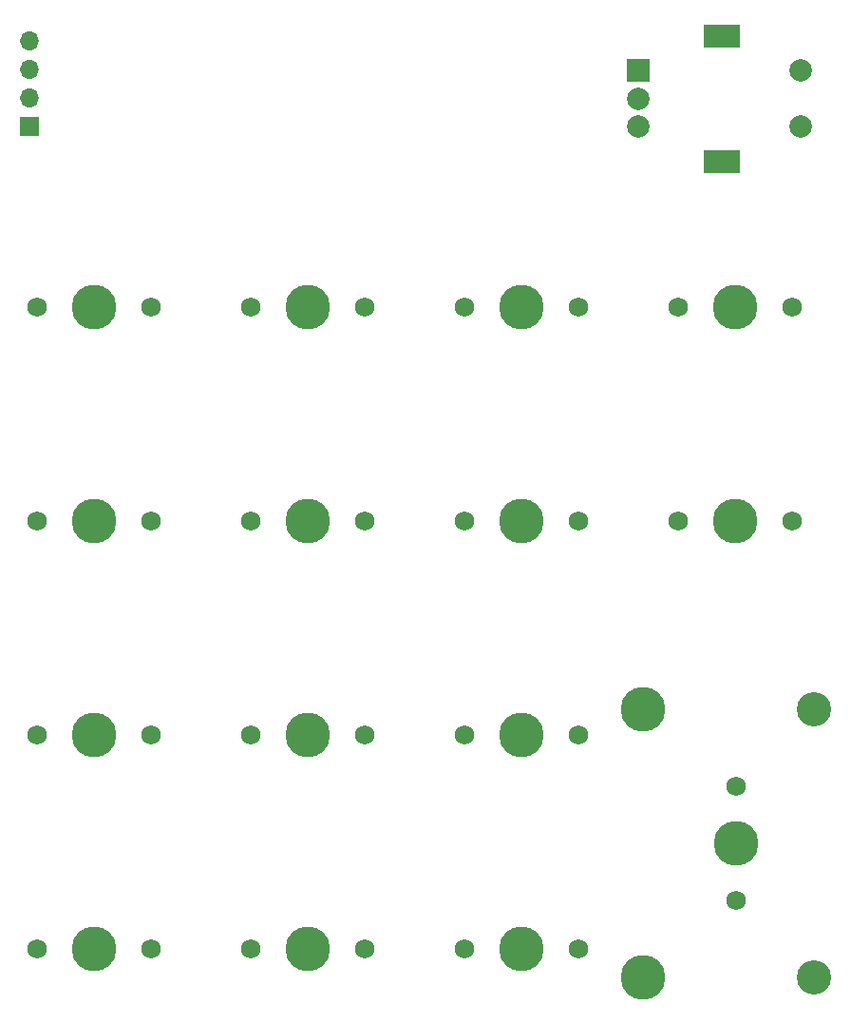
<source format=gbr>
G04 #@! TF.GenerationSoftware,KiCad,Pcbnew,(6.0.10)*
G04 #@! TF.CreationDate,2023-08-04T22:23:19-04:00*
G04 #@! TF.ProjectId,NugMacro-Keypad,4e75674d-6163-4726-9f2d-4b6579706164,rev?*
G04 #@! TF.SameCoordinates,Original*
G04 #@! TF.FileFunction,Soldermask,Top*
G04 #@! TF.FilePolarity,Negative*
%FSLAX46Y46*%
G04 Gerber Fmt 4.6, Leading zero omitted, Abs format (unit mm)*
G04 Created by KiCad (PCBNEW (6.0.10)) date 2023-08-04 22:23:19*
%MOMM*%
%LPD*%
G01*
G04 APERTURE LIST*
%ADD10C,1.750000*%
%ADD11C,3.987800*%
%ADD12C,2.000000*%
%ADD13R,3.200000X2.000000*%
%ADD14R,2.000000X2.000000*%
%ADD15C,3.048000*%
%ADD16R,1.700000X1.700000*%
%ADD17O,1.700000X1.700000*%
G04 APERTURE END LIST*
D10*
X79883035Y-103418930D03*
X90043035Y-103418930D03*
D11*
X84963035Y-103418930D03*
D10*
X22732965Y-84368930D03*
D11*
X27812965Y-84368930D03*
D10*
X32892965Y-84368930D03*
X51942935Y-122469030D03*
D11*
X46862935Y-122469030D03*
D10*
X41782935Y-122469030D03*
X90043035Y-84368930D03*
D11*
X84963035Y-84368930D03*
D10*
X79883035Y-84368930D03*
X41782935Y-141519070D03*
X51942935Y-141519070D03*
D11*
X46862935Y-141519070D03*
X65913035Y-103418930D03*
D10*
X60833035Y-103418930D03*
X70993035Y-103418930D03*
D11*
X27812965Y-103418930D03*
D10*
X32892965Y-103418930D03*
X22732965Y-103418930D03*
X70993035Y-141519070D03*
X60833035Y-141519070D03*
D11*
X65913035Y-141519070D03*
D10*
X70993035Y-122469030D03*
D11*
X65913035Y-122469030D03*
D10*
X60833035Y-122469030D03*
D12*
X90816000Y-63286000D03*
X90816000Y-68286000D03*
D13*
X83816000Y-71386000D03*
X83816000Y-60186000D03*
D12*
X76316000Y-65786000D03*
X76316000Y-68286000D03*
D14*
X76316000Y-63286000D03*
D10*
X85033450Y-127000000D03*
D11*
X76778450Y-120142000D03*
D15*
X92018450Y-120142000D03*
D10*
X85033450Y-137160000D03*
D11*
X76778450Y-144018000D03*
X85033450Y-132080000D03*
D15*
X92018450Y-144018000D03*
D11*
X27812965Y-122469030D03*
D10*
X32892965Y-122469030D03*
X22732965Y-122469030D03*
D11*
X27812965Y-141519070D03*
D10*
X22732965Y-141519070D03*
X32892965Y-141519070D03*
D16*
X22113181Y-68297935D03*
D17*
X22113181Y-65757935D03*
X22113181Y-63217935D03*
X22113181Y-60677935D03*
D10*
X41782935Y-103418930D03*
X51942935Y-103418930D03*
D11*
X46862935Y-103418930D03*
D10*
X51942935Y-84368930D03*
X41782935Y-84368930D03*
D11*
X46862935Y-84368930D03*
D10*
X60833035Y-84368930D03*
D11*
X65913035Y-84368930D03*
D10*
X70993035Y-84368930D03*
M02*

</source>
